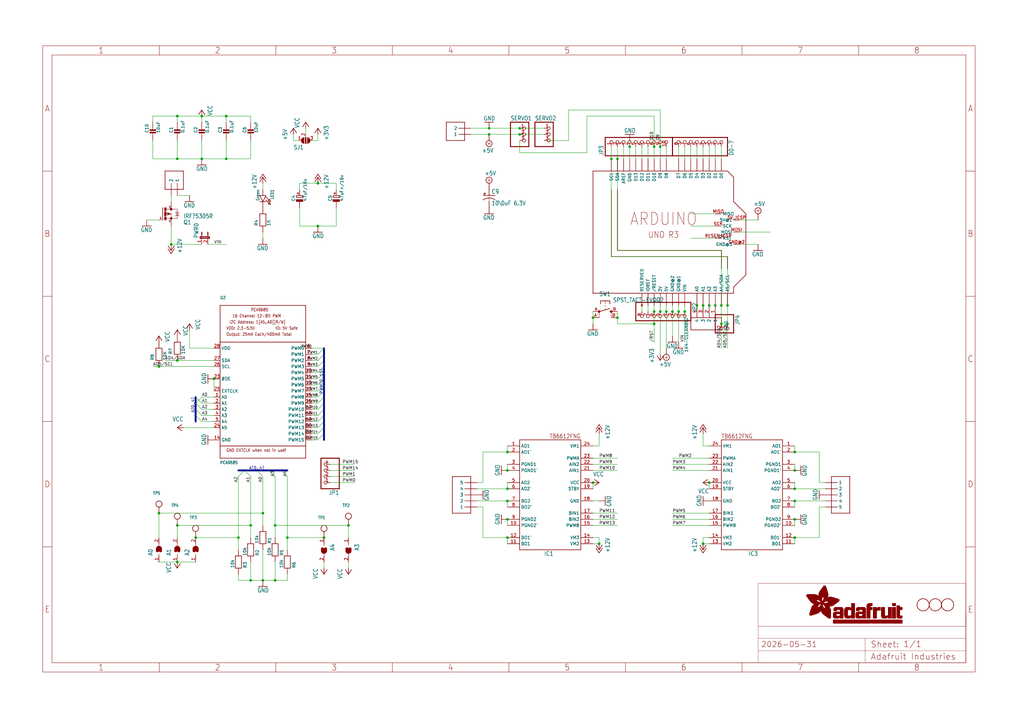
<source format=kicad_sch>
(kicad_sch (version 20230121) (generator eeschema)
  (paper "User" 425.45 298.602)
  (lib_symbols
    (symbol "working-eagle-import:+12V" (power)
      (property "Value" "+12V" (at -2.54 -5.08 90))
      (symbol "+12V_1_0"
        (pin power_in line (at 0 -2.54 90) (length 2.54) (name "+12V") (number "1"))
      )
    )
    (symbol "working-eagle-import:+3V3" (power)
      (property "Value" "+3V3" (at -2.54 -5.08 90))
      (symbol "+3V3_1_0"
        (pin power_in line (at 0 -2.54 90) (length 2.54) (name "+3V3") (number "1"))
      )
    )
    (symbol "working-eagle-import:+5V" (power)
      (property "Value" "+5V" (at -2.54 -5.08 90))
      (symbol "+5V_1_0"
        (pin power_in line (at 0 -2.54 90) (length 2.54) (name "+5V") (number "1"))
      )
    )
    (symbol "working-eagle-import:1X2-3.5MM"
      (symbol "1X2-3.5MM_1_0"
        (pin passive line (at -5.08 2.54 0) (length 5.08) (name "1") (number "1"))
        (pin passive line (at -5.08 0 0) (length 5.08) (name "2") (number "2"))
      )
    )
    (symbol "working-eagle-import:1X4-CLEANBIG"
      (property "Reference" "CN" (at 5.08 7.62 0))
      (symbol "1X4-CLEANBIG_1_0"
        (pin bidirectional line (at -5.08 2.54 0) (length 5.08) (name "1") (number "1"))
        (pin bidirectional line (at -5.08 0 0) (length 5.08) (name "2") (number "2"))
        (pin bidirectional line (at -5.08 -2.54 0) (length 5.08) (name "3") (number "3"))
        (pin bidirectional line (at -5.08 -5.08 0) (length 5.08) (name "4") (number "4"))
      )
    )
    (symbol "working-eagle-import:1X5"
      (symbol "1X5_1_0"
        (pin passive line (at -7.62 5.08 0) (length 5.08) (name "1") (number "1"))
        (pin passive line (at -7.62 2.54 0) (length 5.08) (name "2") (number "2"))
        (pin passive line (at -7.62 0 0) (length 5.08) (name "3") (number "3"))
        (pin passive line (at -7.62 -2.54 0) (length 5.08) (name "4") (number "4"))
        (pin passive line (at -7.62 -5.08 0) (length 5.08) (name "5") (number "5"))
      )
    )
    (symbol "working-eagle-import:ARDUINO_R3_ICSP"
      (symbol "ARDUINO_R3_ICSP_1_0"
        (text "ARDUINO" (at 15.24 27.94 0) (effects (font (size 5.08 4.318)) (justify left bottom)))
        (text "UNO R3" (at 22.86 22.86 0) (effects (font (size 2.54 2.159)) (justify left bottom)))
        (pin power_in line (at 27.94 -5.08 90) (length 5.08) (name "3V") (number "3V"))
        (pin power_in line (at 30.48 -5.08 90) (length 5.08) (name "5V") (number "5V"))
        (pin passive line (at 60.96 30.48 180) (length 2.54) (name "5V@1") (number "5V_ICSP"))
        (pin bidirectional line (at 43.18 -5.08 90) (length 5.08) (name "A0") (number "A0"))
        (pin bidirectional line (at 45.72 -5.08 90) (length 5.08) (name "A1") (number "A1"))
        (pin bidirectional line (at 48.26 -5.08 90) (length 5.08) (name "A2") (number "A2"))
        (pin bidirectional line (at 50.8 -5.08 90) (length 5.08) (name "A3") (number "A3"))
        (pin bidirectional line (at 53.34 -5.08 90) (length 5.08) (name "A4/SDA") (number "A4"))
        (pin bidirectional line (at 55.88 -5.08 90) (length 5.08) (name "A5/SCL") (number "A5"))
        (pin bidirectional line (at 12.7 55.88 270) (length 5.08) (name "AREF") (number "AREF"))
        (pin bidirectional line (at 53.34 55.88 270) (length 5.08) (name "D0") (number "D0"))
        (pin bidirectional line (at 50.8 55.88 270) (length 5.08) (name "D1") (number "D1"))
        (pin bidirectional line (at 25.4 55.88 270) (length 5.08) (name "D10") (number "D10"))
        (pin bidirectional line (at 22.86 55.88 270) (length 5.08) (name "D11") (number "D11"))
        (pin bidirectional line (at 20.32 55.88 270) (length 5.08) (name "D12") (number "D12"))
        (pin bidirectional line (at 17.78 55.88 270) (length 5.08) (name "D13") (number "D13"))
        (pin bidirectional line (at 48.26 55.88 270) (length 5.08) (name "D2") (number "D2"))
        (pin bidirectional line (at 45.72 55.88 270) (length 5.08) (name "D3") (number "D3"))
        (pin bidirectional line (at 43.18 55.88 270) (length 5.08) (name "D4") (number "D4"))
        (pin bidirectional line (at 40.64 55.88 270) (length 5.08) (name "D5") (number "D5"))
        (pin bidirectional line (at 38.1 55.88 270) (length 5.08) (name "D6") (number "D6"))
        (pin bidirectional line (at 35.56 55.88 270) (length 5.08) (name "D7") (number "D7"))
        (pin bidirectional line (at 30.48 55.88 270) (length 5.08) (name "D8") (number "D8"))
        (pin bidirectional line (at 27.94 55.88 270) (length 5.08) (name "D9") (number "D9"))
        (pin power_in line (at 15.24 55.88 270) (length 5.08) (name "GND") (number "GND"))
        (pin power_in line (at 33.02 -5.08 90) (length 5.08) (name "GND@2") (number "GND@1"))
        (pin passive line (at 60.96 20.32 180) (length 2.54) (name "GND@3") (number "GND@2"))
        (pin power_in line (at 35.56 -5.08 90) (length 5.08) (name "GND@1") (number "GND@3"))
        (pin output line (at 22.86 -5.08 90) (length 5.08) (name "IOREF") (number "IOREF"))
        (pin passive line (at 50.8 33.02 0) (length 2.54) (name "MISO") (number "MISO"))
        (pin passive line (at 60.96 25.4 180) (length 2.54) (name "MOSI") (number "MOSI"))
        (pin no_connect line (at 20.32 -5.08 90) (length 5.08) (name "RESERVED") (number "RESERVED"))
        (pin bidirectional line (at 25.4 -5.08 90) (length 5.08) (name "/RESET") (number "RESET"))
        (pin passive line (at 50.8 22.86 0) (length 2.54) (name "RST") (number "RESET_ICSP"))
        (pin passive line (at 50.8 27.94 0) (length 2.54) (name "SCK") (number "SCK"))
        (pin bidirectional line (at 7.62 55.88 270) (length 5.08) (name "SCL") (number "SCL"))
        (pin bidirectional line (at 10.16 55.88 270) (length 5.08) (name "SDA") (number "SDA"))
        (pin power_in line (at 38.1 -5.08 90) (length 5.08) (name "VIN") (number "VIN"))
      )
    )
    (symbol "working-eagle-import:CAP_CERAMIC0805-NOOUTLINE"
      (property "Reference" "C" (at -1.79 0.54 90))
      (symbol "CAP_CERAMIC0805-NOOUTLINE_1_0"
        (pin passive line (at 0 5.08 270) (length 2.54) (name "1") (number "1"))
        (pin passive line (at 0 -2.54 90) (length 2.54) (name "2") (number "2"))
      )
    )
    (symbol "working-eagle-import:CAP_ELECTROLYTICPANASONIC_C"
      (property "Reference" "C" (at -1.79 0.04 90))
      (symbol "CAP_ELECTROLYTICPANASONIC_C_1_0"
        (pin passive line (at 0 5.08 270) (length 2.54) (name "+") (number "+"))
        (pin passive line (at 0 -2.54 90) (length 2.54) (name "-") (number "-"))
      )
    )
    (symbol "working-eagle-import:CPOL-USC"
      (property "Reference" "C" (at 1.016 0.635 0))
      (symbol "CPOL-USC_1_0"
        (pin passive line (at 0 2.54 270) (length 2.54) (name "+") (number "+"))
        (pin passive line (at 0 -5.08 90) (length 2.54) (name "-") (number "-"))
      )
    )
    (symbol "working-eagle-import:FIDUCIAL")
    (symbol "working-eagle-import:FRAME_A3_ADAFRUIT"
      (symbol "FRAME_A3_ADAFRUIT_1_0"
        (text "${#}/${##}" (at 357.505 10.16 0) (effects (font (size 2.54 2.54)) (justify left bottom)))
        (text "${CURRENT_DATE}" (at 298.45 10.16 0) (effects (font (size 2.286 2.286)) (justify left bottom)))
        (text "${PROJECTNAME}" (at 298.45 15.24 0) (effects (font (size 2.54 2.54)) (justify left bottom)))
        (text "1" (at 24.2094 1.905 0) (effects (font (size 2.54 2.286))))
        (text "1" (at 24.2094 258.445 0) (effects (font (size 2.54 2.286))))
        (text "2" (at 72.6281 1.905 0) (effects (font (size 2.54 2.286))))
        (text "2" (at 72.6281 258.445 0) (effects (font (size 2.54 2.286))))
        (text "3" (at 121.0469 1.905 0) (effects (font (size 2.54 2.286))))
        (text "3" (at 121.0469 258.445 0) (effects (font (size 2.54 2.286))))
        (text "4" (at 169.4656 1.905 0) (effects (font (size 2.54 2.286))))
        (text "4" (at 169.4656 258.445 0) (effects (font (size 2.54 2.286))))
        (text "5" (at 217.8844 1.905 0) (effects (font (size 2.54 2.286))))
        (text "5" (at 217.8844 258.445 0) (effects (font (size 2.54 2.286))))
        (text "6" (at 266.3031 1.905 0) (effects (font (size 2.54 2.286))))
        (text "6" (at 266.3031 258.445 0) (effects (font (size 2.54 2.286))))
        (text "7" (at 314.7219 1.905 0) (effects (font (size 2.54 2.286))))
        (text "7" (at 314.7219 258.445 0) (effects (font (size 2.54 2.286))))
        (text "8" (at 363.1406 1.905 0) (effects (font (size 2.54 2.286))))
        (text "8" (at 363.1406 258.445 0) (effects (font (size 2.54 2.286))))
        (text "A" (at 1.905 234.315 0) (effects (font (size 2.54 2.286))))
        (text "A" (at 385.445 234.315 0) (effects (font (size 2.54 2.286))))
        (text "Adafruit Industries" (at 343.916 4.953 0) (effects (font (size 2.54 2.54)) (justify left bottom)))
        (text "B" (at 1.905 182.245 0) (effects (font (size 2.54 2.286))))
        (text "B" (at 385.445 182.245 0) (effects (font (size 2.54 2.286))))
        (text "C" (at 1.905 130.175 0) (effects (font (size 2.54 2.286))))
        (text "C" (at 385.445 130.175 0) (effects (font (size 2.54 2.286))))
        (text "D" (at 1.905 78.105 0) (effects (font (size 2.54 2.286))))
        (text "D" (at 385.445 78.105 0) (effects (font (size 2.54 2.286))))
        (text "E" (at 1.905 26.035 0) (effects (font (size 2.54 2.286))))
        (text "E" (at 385.445 26.035 0) (effects (font (size 2.54 2.286))))
        (text "Sheet:" (at 343.916 10.033 0) (effects (font (size 2.54 2.54)) (justify left bottom)))
      )
    )
    (symbol "working-eagle-import:GND" (power)
      (property "Value" "GND" (at -2.54 -2.54 0))
      (symbol "GND_1_0"
        (pin power_in line (at 0 2.54 270) (length 2.54) (name "GND") (number "1"))
      )
    )
    (symbol "working-eagle-import:HEADER-1X1070MIL"
      (property "Reference" "JP" (at -6.35 13.335 0))
      (symbol "HEADER-1X1070MIL_1_0"
        (pin passive inverted (at -2.54 10.16 0) (length 2.54) (name "1") (number "1"))
        (pin passive inverted (at -2.54 -12.7 0) (length 2.54) (name "10") (number "10"))
        (pin passive inverted (at -2.54 7.62 0) (length 2.54) (name "2") (number "2"))
        (pin passive inverted (at -2.54 5.08 0) (length 2.54) (name "3") (number "3"))
        (pin passive inverted (at -2.54 2.54 0) (length 2.54) (name "4") (number "4"))
        (pin passive inverted (at -2.54 0 0) (length 2.54) (name "5") (number "5"))
        (pin passive inverted (at -2.54 -2.54 0) (length 2.54) (name "6") (number "6"))
        (pin passive inverted (at -2.54 -5.08 0) (length 2.54) (name "7") (number "7"))
        (pin passive inverted (at -2.54 -7.62 0) (length 2.54) (name "8") (number "8"))
        (pin passive inverted (at -2.54 -10.16 0) (length 2.54) (name "9") (number "9"))
      )
    )
    (symbol "working-eagle-import:HEADER-1X2ROUND"
      (property "Reference" "JP" (at -6.35 5.715 0))
      (symbol "HEADER-1X2ROUND_1_0"
        (pin passive inverted (at -2.54 2.54 0) (length 2.54) (name "1") (number "1"))
        (pin passive inverted (at -2.54 0 0) (length 2.54) (name "2") (number "2"))
      )
    )
    (symbol "working-eagle-import:HEADER-1X476MIL"
      (property "Reference" "JP" (at -6.35 8.255 0))
      (symbol "HEADER-1X476MIL_1_0"
        (pin passive inverted (at -2.54 5.08 0) (length 2.54) (name "1") (number "1"))
        (pin passive inverted (at -2.54 2.54 0) (length 2.54) (name "2") (number "2"))
        (pin passive inverted (at -2.54 0 0) (length 2.54) (name "3") (number "3"))
        (pin passive inverted (at -2.54 -2.54 0) (length 2.54) (name "4") (number "4"))
      )
    )
    (symbol "working-eagle-import:IRF?5305R"
      (property "Reference" "Q" (at 7.62 2.54 0))
      (symbol "IRF?5305R_1_0"
        (text "D" (at 1.524 -3.302 0) (effects (font (size 0.8128 0.6908)) (justify left bottom)))
        (text "G" (at -2.286 1.27 0) (effects (font (size 0.8128 0.6908)) (justify left bottom)))
        (text "S" (at 1.524 2.54 0) (effects (font (size 0.8128 0.6908)) (justify left bottom)))
        (pin passive line (at -2.54 2.54 0) (length 0) (name "G") (number "1"))
        (pin passive line (at 2.54 5.08 270) (length 2.54) (name "S") (number "3"))
        (pin passive line (at 2.54 -5.08 90) (length 2.54) (name "D") (number "4"))
      )
    )
    (symbol "working-eagle-import:JP1E"
      (property "Reference" "JP" (at -1.27 0 90))
      (symbol "JP1E_1_0"
        (pin passive line (at 0 -2.54 90) (length 2.54) (name "1") (number "1"))
        (pin passive line (at 2.54 -2.54 90) (length 2.54) (name "2") (number "2"))
      )
    )
    (symbol "working-eagle-import:LED0805_NOOUTLINE"
      (property "Reference" "LED" (at -5.08 3.175 0))
      (symbol "LED0805_NOOUTLINE_1_0"
        (pin passive line (at -5.08 0 0) (length 2.54) (name "A") (number "A"))
        (pin passive line (at 2.54 0 180) (length 2.54) (name "C") (number "C"))
      )
    )
    (symbol "working-eagle-import:PCA9685"
      (property "Reference" "U" (at -17.78 35.56 0))
      (symbol "PCA9685_1_0"
        (text "16 Channel 12-Bit PWM" (at -12.7 27.94 0) (effects (font (size 1.27 1.0795)) (justify left bottom)))
        (text "GND EXTCLK when not in use!" (at -15.24 -27.94 0) (effects (font (size 1.27 1.0795)) (justify left bottom)))
        (text "I2C Address: 1[A5..A0][R/W]" (at -13.97 25.4 0) (effects (font (size 1.27 1.0795)) (justify left bottom)))
        (text "IO: 5V Safe" (at 5.08 22.86 0) (effects (font (size 1.27 1.0795)) (justify left bottom)))
        (text "Output: 25mA Each/400mA Total" (at -15.24 20.32 0) (effects (font (size 1.27 1.0795)) (justify left bottom)))
        (text "PCA9685" (at -5.08 30.48 0) (effects (font (size 1.27 1.0795)) (justify left bottom)))
        (text "VDD: 2.3-5.5V" (at -15.24 22.86 0) (effects (font (size 1.27 1.0795)) (justify left bottom)))
        (pin bidirectional line (at -20.32 -5.08 0) (length 2.54) (name "A0") (number "1"))
        (pin output line (at 20.32 5.08 180) (length 2.54) (name "PWM4") (number "10"))
        (pin output line (at 20.32 2.54 180) (length 2.54) (name "PWM5") (number "11"))
        (pin output line (at 20.32 0 180) (length 2.54) (name "PWM6") (number "12"))
        (pin output line (at 20.32 -2.54 180) (length 2.54) (name "PWM7") (number "13"))
        (pin power_in line (at -20.32 -22.86 0) (length 2.54) (name "GND") (number "14"))
        (pin output line (at 20.32 -5.08 180) (length 2.54) (name "PWM8") (number "15"))
        (pin output line (at 20.32 -7.62 180) (length 2.54) (name "PWM9") (number "16"))
        (pin output line (at 20.32 -10.16 180) (length 2.54) (name "PWM10") (number "17"))
        (pin output line (at 20.32 -12.7 180) (length 2.54) (name "PWM11") (number "18"))
        (pin output line (at 20.32 -15.24 180) (length 2.54) (name "PWM12") (number "19"))
        (pin bidirectional line (at -20.32 -7.62 0) (length 2.54) (name "A1") (number "2"))
        (pin output line (at 20.32 -17.78 180) (length 2.54) (name "PWM13") (number "20"))
        (pin output line (at 20.32 -20.32 180) (length 2.54) (name "PWM14") (number "21"))
        (pin output line (at 20.32 -22.86 180) (length 2.54) (name "PWM15") (number "22"))
        (pin input line (at -20.32 2.54 0) (length 2.54) (name "#OE") (number "23"))
        (pin bidirectional line (at -20.32 -17.78 0) (length 2.54) (name "A5") (number "24"))
        (pin input line (at -20.32 -2.54 0) (length 2.54) (name "EXTCLK") (number "25"))
        (pin bidirectional line (at -20.32 7.62 0) (length 2.54) (name "SCL") (number "26"))
        (pin bidirectional line (at -20.32 10.16 0) (length 2.54) (name "SDA") (number "27"))
        (pin power_in line (at -20.32 15.24 0) (length 2.54) (name "VDD") (number "28"))
        (pin bidirectional line (at -20.32 -10.16 0) (length 2.54) (name "A2") (number "3"))
        (pin bidirectional line (at -20.32 -12.7 0) (length 2.54) (name "A3") (number "4"))
        (pin bidirectional line (at -20.32 -15.24 0) (length 2.54) (name "A4") (number "5"))
        (pin output line (at 20.32 15.24 180) (length 2.54) (name "PWM0") (number "6"))
        (pin output line (at 20.32 12.7 180) (length 2.54) (name "PWM1") (number "7"))
        (pin output line (at 20.32 10.16 180) (length 2.54) (name "PWM2") (number "8"))
        (pin output line (at 20.32 7.62 180) (length 2.54) (name "PWM3") (number "9"))
      )
    )
    (symbol "working-eagle-import:PINHD-1X3"
      (property "Reference" "JP" (at -6.35 5.715 0))
      (symbol "PINHD-1X3_1_0"
        (pin passive inverted (at -2.54 2.54 0) (length 2.54) (name "1") (number "1"))
        (pin passive inverted (at -2.54 0 0) (length 2.54) (name "2") (number "2"))
        (pin passive inverted (at -2.54 -2.54 0) (length 2.54) (name "3") (number "3"))
      )
    )
    (symbol "working-eagle-import:PINHD-1X8CLEANBIG"
      (property "Reference" "JP" (at -6.35 10.795 0))
      (symbol "PINHD-1X8CLEANBIG_1_0"
        (pin passive inverted (at -2.54 7.62 0) (length 2.54) (name "1") (number "1"))
        (pin passive inverted (at -2.54 5.08 0) (length 2.54) (name "2") (number "2"))
        (pin passive inverted (at -2.54 2.54 0) (length 2.54) (name "3") (number "3"))
        (pin passive inverted (at -2.54 0 0) (length 2.54) (name "4") (number "4"))
        (pin passive inverted (at -2.54 -2.54 0) (length 2.54) (name "5") (number "5"))
        (pin passive inverted (at -2.54 -5.08 0) (length 2.54) (name "6") (number "6"))
        (pin passive inverted (at -2.54 -7.62 0) (length 2.54) (name "7") (number "7"))
        (pin passive inverted (at -2.54 -10.16 0) (length 2.54) (name "8") (number "8"))
      )
    )
    (symbol "working-eagle-import:RESISTOR0805_NOOUTLINE"
      (property "Reference" "R" (at -2.54 2.032 0))
      (symbol "RESISTOR0805_NOOUTLINE_1_0"
        (pin passive line (at -5.08 0 0) (length 2.54) (name "1") (number "1"))
        (pin passive line (at 5.08 0 180) (length 2.54) (name "2") (number "2"))
      )
    )
    (symbol "working-eagle-import:SOLDERJUMPERREFLOW_NOPASTE"
      (property "Reference" "SJ" (at -2.54 2.54 0))
      (symbol "SOLDERJUMPERREFLOW_NOPASTE_1_0"
        (pin passive line (at -5.08 0 0) (length 2.54) (name "1") (number "1"))
        (pin passive line (at 5.08 0 180) (length 2.54) (name "2") (number "2"))
      )
    )
    (symbol "working-eagle-import:SOLDERJUMPER_2WAY"
      (property "Reference" "SJ" (at -5.08 -3.81 0))
      (symbol "SOLDERJUMPER_2WAY_1_0"
        (pin passive line (at -2.54 0 0) (length 0) (name "1") (number "1"))
        (pin passive line (at 0 2.54 270) (length 0) (name "2") (number "2"))
        (pin passive line (at 2.54 0 180) (length 0) (name "3") (number "3"))
      )
    )
    (symbol "working-eagle-import:SPST_TACT-EVQQ2"
      (property "Reference" "SW" (at -6.35 -2.54 90))
      (symbol "SPST_TACT-EVQQ2_1_0"
        (pin passive line (at 0 -5.08 90) (length 2.54) (name "P") (number "A"))
        (pin passive line (at 2.54 -5.08 90) (length 2.54) (name "P1") (number "A'"))
        (pin passive line (at 0 5.08 270) (length 2.54) (name "S") (number "B"))
        (pin passive line (at 2.54 5.08 270) (length 2.54) (name "S1") (number "B'"))
      )
    )
    (symbol "working-eagle-import:TB6612FNG"
      (property "Reference" "IC" (at -2.54 -25.4 0))
      (symbol "TB6612FNG_1_0"
        (text "TB6612FNG" (at 12.7 25.4 0) (effects (font (size 1.778 1.5113)) (justify right top)))
        (pin output line (at -17.78 20.32 0) (length 5.08) (name "AO1") (number "1"))
        (pin power_in line (at -17.78 -12.7 0) (length 5.08) (name "PGND2'") (number "10"))
        (pin output line (at -17.78 -20.32 0) (length 5.08) (name "BO1") (number "11"))
        (pin output line (at -17.78 -17.78 0) (length 5.08) (name "BO1'") (number "12"))
        (pin power_in line (at 17.78 -20.32 180) (length 5.08) (name "VM2") (number "13"))
        (pin power_in line (at 17.78 -17.78 180) (length 5.08) (name "VM3") (number "14"))
        (pin input line (at 17.78 -12.7 180) (length 5.08) (name "PWMB") (number "15"))
        (pin input line (at 17.78 -10.16 180) (length 5.08) (name "BIN2") (number "16"))
        (pin input line (at 17.78 -7.62 180) (length 5.08) (name "BIN1") (number "17"))
        (pin power_in line (at 17.78 -2.54 180) (length 5.08) (name "GND") (number "18"))
        (pin input line (at 17.78 2.54 180) (length 5.08) (name "STBY") (number "19"))
        (pin output line (at -17.78 17.78 0) (length 5.08) (name "AO1'") (number "2"))
        (pin power_in line (at 17.78 5.08 180) (length 5.08) (name "VCC") (number "20"))
        (pin input line (at 17.78 10.16 180) (length 5.08) (name "AIN1") (number "21"))
        (pin input line (at 17.78 12.7 180) (length 5.08) (name "AIN2") (number "22"))
        (pin input line (at 17.78 15.24 180) (length 5.08) (name "PWMA") (number "23"))
        (pin power_in line (at 17.78 20.32 180) (length 5.08) (name "VM1") (number "24"))
        (pin power_in line (at -17.78 12.7 0) (length 5.08) (name "PGND1") (number "3"))
        (pin power_in line (at -17.78 10.16 0) (length 5.08) (name "PGND1'") (number "4"))
        (pin output line (at -17.78 5.08 0) (length 5.08) (name "AO2") (number "5"))
        (pin output line (at -17.78 2.54 0) (length 5.08) (name "AO2'") (number "6"))
        (pin output line (at -17.78 -2.54 0) (length 5.08) (name "BO2") (number "7"))
        (pin output line (at -17.78 -5.08 0) (length 5.08) (name "BO2'") (number "8"))
        (pin power_in line (at -17.78 -10.16 0) (length 5.08) (name "PGND2") (number "9"))
      )
    )
    (symbol "working-eagle-import:TESTPOINTROUND2MM"
      (property "Reference" "TP" (at -2.54 7.62 0))
      (symbol "TESTPOINTROUND2MM_1_0"
        (pin bidirectional line (at 0 0 90) (length 2.54) (name "P$1") (number "P$1"))
      )
    )
    (symbol "working-eagle-import:VCC" (power)
      (property "Value" "VCC" (at -2.54 -2.54 90))
      (symbol "VCC_1_0"
        (pin power_in line (at 0 -2.54 90) (length 2.54) (name "VCC") (number "1"))
      )
    )
    (symbol "working-eagle-import:supply2_+5V" (power)
      (property "Value" "supply2_+5V" (at -1.905 3.175 0))
      (symbol "supply2_+5V_1_0"
        (pin power_in line (at 0 -2.54 90) (length 2.54) (name "+5V") (number "1"))
      )
    )
  )
  (junction (at 271.78 129.54))
  (junction (at 299.72 127))
  (junction (at 203.2 53.34))
  (junction (at 330.2 187.96))
  (junction (at 271.78 134.62))
  (junction (at 297.18 127))
  (junction (at 292.1 127))
  (junction (at 210.82 215.9))
  (junction (at 73.66 149.86))
  (junction (at 83.82 48.26))
  (junction (at 210.82 208.28))
  (junction (at 119.38 223.52))
  (junction (at 274.32 129.54))
  (junction (at 215.9 55.88))
  (junction (at 330.2 203.2))
  (junction (at 294.64 127))
  (junction (at 114.3 241.3))
  (junction (at 299.72 134.62))
  (junction (at 109.22 213.36))
  (junction (at 302.26 134.62))
  (junction (at 276.86 129.54))
  (junction (at 134.62 223.52))
  (junction (at 81.28 223.52))
  (junction (at 71.12 101.6))
  (junction (at 73.66 233.68))
  (junction (at 281.94 129.54))
  (junction (at 73.66 66.04))
  (junction (at 330.2 195.58))
  (junction (at 73.66 218.44))
  (junction (at 210.82 203.2))
  (junction (at 132.08 93.98))
  (junction (at 88.9 157.48))
  (junction (at 279.4 129.54))
  (junction (at 203.2 55.88))
  (junction (at 210.82 223.52))
  (junction (at 289.56 127))
  (junction (at 83.82 66.04))
  (junction (at 210.82 187.96))
  (junction (at 104.14 241.3))
  (junction (at 274.32 60.96))
  (junction (at 93.98 48.26))
  (junction (at 294.64 200.66))
  (junction (at 256.54 66.04))
  (junction (at 254 66.04))
  (junction (at 248.92 226.06))
  (junction (at 73.66 48.26))
  (junction (at 246.38 132.08))
  (junction (at 292.1 226.06))
  (junction (at 302.26 127))
  (junction (at 99.06 223.52))
  (junction (at 132.08 76.2))
  (junction (at 93.98 66.04))
  (junction (at 330.2 215.9))
  (junction (at 104.14 218.44))
  (junction (at 330.2 223.52))
  (junction (at 114.3 218.44))
  (junction (at 261.62 60.96))
  (junction (at 66.04 213.36))
  (junction (at 215.9 53.34))
  (junction (at 210.82 195.58))
  (junction (at 109.22 241.3))
  (junction (at 330.2 208.28))
  (junction (at 144.78 218.44))
  (junction (at 246.38 200.66))
  (junction (at 271.78 60.96))
  (junction (at 256.54 132.08))
  (junction (at 284.48 129.54))
  (junction (at 66.04 152.4))
  (bus_entry (at 104.14 198.12) (size -2.54 -2.54))
  (bus_entry (at 132.08 157.48) (size 2.54 -2.54))
  (bus_entry (at 119.38 198.12) (size -2.54 -2.54))
  (bus_entry (at 132.08 154.94) (size 2.54 -2.54))
  (bus_entry (at 132.08 147.32) (size 2.54 -2.54))
  (bus_entry (at 132.08 152.4) (size 2.54 -2.54))
  (bus_entry (at 83.82 175.26) (size -2.54 -2.54))
  (bus_entry (at 83.82 165.1) (size -2.54 2.54))
  (bus_entry (at 132.08 172.72) (size 2.54 -2.54))
  (bus_entry (at 132.08 160.02) (size 2.54 -2.54))
  (bus_entry (at 83.82 167.64) (size -2.54 -2.54))
  (bus_entry (at 109.22 198.12) (size -2.54 -2.54))
  (bus_entry (at 132.08 170.18) (size 2.54 -2.54))
  (bus_entry (at 132.08 149.86) (size 2.54 -2.54))
  (bus_entry (at 114.3 198.12) (size -2.54 -2.54))
  (bus_entry (at 132.08 180.34) (size 2.54 -2.54))
  (bus_entry (at 132.08 165.1) (size 2.54 -2.54))
  (bus_entry (at 83.82 172.72) (size -2.54 -2.54))
  (bus_entry (at 132.08 182.88) (size 2.54 -2.54))
  (bus_entry (at 132.08 177.8) (size 2.54 -2.54))
  (bus_entry (at 132.08 167.64) (size 2.54 -2.54))
  (bus_entry (at 132.08 175.26) (size 2.54 -2.54))
  (bus_entry (at 99.06 198.12) (size 2.54 -2.54))
  (bus_entry (at 132.08 162.56) (size 2.54 -2.54))
  (bus_entry (at 83.82 170.18) (size -2.54 -2.54))
  (wire (pts (xy 307.34 96.52) (xy 320.04 96.52)) (stroke (width 0.1524)))
  (wire (pts (xy 129.54 170.18) (xy 132.08 170.18)) (stroke (width 0.1524)))
  (wire (pts (xy 302.26 134.62) (xy 302.26 144.78)) (stroke (width 0.1524)))
  (bus (pts (xy 134.62 147.32) (xy 134.62 149.86)) (stroke (width 0.762)))
  (wire (pts (xy 198.12 208.28) (xy 210.82 208.28)) (stroke (width 0.1524)))
  (wire (pts (xy 210.82 193.04) (xy 210.82 195.58)) (stroke (width 0.1524)))
  (wire (pts (xy 83.82 175.26) (xy 88.9 175.26)) (stroke (width 0.1524)))
  (wire (pts (xy 200.66 200.66) (xy 200.66 187.96)) (stroke (width 0.1524)))
  (wire (pts (xy 302.26 127) (xy 302.26 134.62)) (stroke (width 0.1524)))
  (wire (pts (xy 71.12 93.98) (xy 71.12 101.6)) (stroke (width 0.1524)))
  (wire (pts (xy 248.92 185.42) (xy 248.92 180.34)) (stroke (width 0.1524)))
  (wire (pts (xy 210.82 208.28) (xy 210.82 210.82)) (stroke (width 0.1524)))
  (wire (pts (xy 299.72 104.14) (xy 256.54 104.14)) (stroke (width 0.1524)))
  (bus (pts (xy 106.68 195.58) (xy 111.76 195.58)) (stroke (width 0.762)))
  (wire (pts (xy 243.84 63.5) (xy 243.84 48.26)) (stroke (width 0.1524)))
  (wire (pts (xy 104.14 48.26) (xy 104.14 50.8)) (stroke (width 0.1524)))
  (wire (pts (xy 274.32 45.72) (xy 236.22 45.72)) (stroke (width 0.1524)))
  (bus (pts (xy 111.76 195.58) (xy 116.84 195.58)) (stroke (width 0.762)))
  (wire (pts (xy 203.2 55.88) (xy 215.9 55.88)) (stroke (width 0.1524)))
  (wire (pts (xy 81.28 223.52) (xy 99.06 223.52)) (stroke (width 0.1524)))
  (bus (pts (xy 134.62 157.48) (xy 134.62 160.02)) (stroke (width 0.762)))
  (wire (pts (xy 243.84 48.26) (xy 271.78 48.26)) (stroke (width 0.1524)))
  (wire (pts (xy 109.22 241.3) (xy 114.3 241.3)) (stroke (width 0.1524)))
  (wire (pts (xy 88.9 152.4) (xy 66.04 152.4)) (stroke (width 0.1524)))
  (wire (pts (xy 73.66 66.04) (xy 63.5 66.04)) (stroke (width 0.1524)))
  (wire (pts (xy 294.64 200.66) (xy 294.64 203.2)) (stroke (width 0.1524)))
  (wire (pts (xy 281.94 142.24) (xy 281.94 129.54)) (stroke (width 0.1524)))
  (wire (pts (xy 198.12 210.82) (xy 200.66 210.82)) (stroke (width 0.1524)))
  (wire (pts (xy 71.12 101.6) (xy 83.82 101.6)) (stroke (width 0.1524)))
  (wire (pts (xy 264.16 60.96) (xy 264.16 66.04)) (stroke (width 0.1524)))
  (wire (pts (xy 200.66 187.96) (xy 210.82 187.96)) (stroke (width 0.1524)))
  (wire (pts (xy 330.2 187.96) (xy 330.2 185.42)) (stroke (width 0.1524)))
  (wire (pts (xy 289.56 129.54) (xy 289.56 127)) (stroke (width 0.1524)))
  (wire (pts (xy 294.64 185.42) (xy 292.1 185.42)) (stroke (width 0.1524)))
  (wire (pts (xy 256.54 60.96) (xy 256.54 66.04)) (stroke (width 0.1524)))
  (wire (pts (xy 139.7 76.2) (xy 139.7 78.74)) (stroke (width 0.1524)))
  (wire (pts (xy 129.54 144.78) (xy 134.62 144.78)) (stroke (width 0.1524)))
  (wire (pts (xy 330.2 208.28) (xy 330.2 210.82)) (stroke (width 0.1524)))
  (wire (pts (xy 256.54 129.54) (xy 256.54 132.08)) (stroke (width 0.1524)))
  (wire (pts (xy 119.38 241.3) (xy 119.38 238.76)) (stroke (width 0.1524)))
  (wire (pts (xy 86.36 101.6) (xy 93.98 101.6)) (stroke (width 0.1524)))
  (wire (pts (xy 261.62 58.42) (xy 261.62 60.96)) (stroke (width 0.1524)))
  (wire (pts (xy 292.1 185.42) (xy 292.1 180.34)) (stroke (width 0.1524)))
  (wire (pts (xy 294.64 129.54) (xy 294.64 127)) (stroke (width 0.1524)))
  (wire (pts (xy 274.32 60.96) (xy 274.32 66.04)) (stroke (width 0.1524)))
  (wire (pts (xy 132.08 76.2) (xy 124.46 76.2)) (stroke (width 0.1524)))
  (wire (pts (xy 124.46 93.98) (xy 132.08 93.98)) (stroke (width 0.1524)))
  (wire (pts (xy 294.64 223.52) (xy 292.1 223.52)) (stroke (width 0.1524)))
  (wire (pts (xy 330.2 200.66) (xy 330.2 203.2)) (stroke (width 0.1524)))
  (wire (pts (xy 236.22 58.42) (xy 226.06 58.42)) (stroke (width 0.1524)))
  (wire (pts (xy 129.54 58.42) (xy 132.08 58.42)) (stroke (width 0.1524)))
  (bus (pts (xy 81.28 167.64) (xy 81.28 170.18)) (stroke (width 0.762)))
  (wire (pts (xy 104.14 233.68) (xy 104.14 241.3)) (stroke (width 0.1524)))
  (wire (pts (xy 78.74 144.78) (xy 88.9 144.78)) (stroke (width 0.1524)))
  (wire (pts (xy 88.9 162.56) (xy 88.9 157.48)) (stroke (width 0.1524)))
  (wire (pts (xy 200.66 210.82) (xy 200.66 223.52)) (stroke (width 0.1524)))
  (wire (pts (xy 261.62 60.96) (xy 261.62 66.04)) (stroke (width 0.1524)))
  (wire (pts (xy 292.1 60.96) (xy 292.1 66.04)) (stroke (width 0.1524)))
  (wire (pts (xy 226.06 55.88) (xy 215.9 55.88)) (stroke (width 0.1524)))
  (wire (pts (xy 271.78 134.62) (xy 271.78 142.24)) (stroke (width 0.1524)))
  (wire (pts (xy 297.18 99.06) (xy 287.02 99.06)) (stroke (width 0.1524)))
  (wire (pts (xy 246.38 213.36) (xy 256.54 213.36)) (stroke (width 0.1524)))
  (wire (pts (xy 256.54 132.08) (xy 256.54 134.62)) (stroke (width 0.1524)))
  (wire (pts (xy 83.82 170.18) (xy 88.9 170.18)) (stroke (width 0.1524)))
  (wire (pts (xy 340.36 210.82) (xy 342.9 210.82)) (stroke (width 0.1524)))
  (wire (pts (xy 127 53.34) (xy 127 55.88)) (stroke (width 0.1524)))
  (wire (pts (xy 129.54 152.4) (xy 132.08 152.4)) (stroke (width 0.1524)))
  (wire (pts (xy 83.82 48.26) (xy 83.82 50.8)) (stroke (width 0.1524)))
  (wire (pts (xy 210.82 215.9) (xy 210.82 218.44)) (stroke (width 0.1524)))
  (wire (pts (xy 129.54 165.1) (xy 132.08 165.1)) (stroke (width 0.1524)))
  (wire (pts (xy 294.64 195.58) (xy 279.4 195.58)) (stroke (width 0.1524)))
  (wire (pts (xy 254 66.04) (xy 254 106.68)) (stroke (width 0.1524)))
  (wire (pts (xy 129.54 180.34) (xy 132.08 180.34)) (stroke (width 0.1524)))
  (wire (pts (xy 340.36 200.66) (xy 342.9 200.66)) (stroke (width 0.1524)))
  (wire (pts (xy 83.82 167.64) (xy 88.9 167.64)) (stroke (width 0.1524)))
  (wire (pts (xy 269.24 60.96) (xy 269.24 66.04)) (stroke (width 0.1524)))
  (wire (pts (xy 73.66 223.52) (xy 73.66 218.44)) (stroke (width 0.1524)))
  (wire (pts (xy 119.38 228.6) (xy 119.38 223.52)) (stroke (width 0.1524)))
  (wire (pts (xy 76.2 177.8) (xy 88.9 177.8)) (stroke (width 0.1524)))
  (wire (pts (xy 66.04 223.52) (xy 66.04 213.36)) (stroke (width 0.1524)))
  (wire (pts (xy 259.08 60.96) (xy 259.08 66.04)) (stroke (width 0.1524)))
  (wire (pts (xy 73.66 233.68) (xy 66.04 233.68)) (stroke (width 0.1524)))
  (wire (pts (xy 276.86 144.78) (xy 276.86 129.54)) (stroke (width 0.1524)))
  (bus (pts (xy 81.28 172.72) (xy 81.28 175.26)) (stroke (width 0.762)))
  (wire (pts (xy 137.16 195.58) (xy 147.32 195.58)) (stroke (width 0.1524)))
  (wire (pts (xy 63.5 66.04) (xy 63.5 58.42)) (stroke (width 0.1524)))
  (wire (pts (xy 104.14 218.44) (xy 73.66 218.44)) (stroke (width 0.1524)))
  (wire (pts (xy 104.14 48.26) (xy 93.98 48.26)) (stroke (width 0.1524)))
  (wire (pts (xy 281.94 60.96) (xy 281.94 66.04)) (stroke (width 0.1524)))
  (wire (pts (xy 129.54 182.88) (xy 132.08 182.88)) (stroke (width 0.1524)))
  (bus (pts (xy 134.62 154.94) (xy 134.62 157.48)) (stroke (width 0.762)))
  (wire (pts (xy 137.16 193.04) (xy 147.32 193.04)) (stroke (width 0.1524)))
  (wire (pts (xy 198.12 203.2) (xy 210.82 203.2)) (stroke (width 0.1524)))
  (wire (pts (xy 254 60.96) (xy 254 66.04)) (stroke (width 0.1524)))
  (wire (pts (xy 124.46 58.42) (xy 121.92 58.42)) (stroke (width 0.1524)))
  (wire (pts (xy 248.92 226.06) (xy 246.38 226.06)) (stroke (width 0.1524)))
  (bus (pts (xy 134.62 175.26) (xy 134.62 177.8)) (stroke (width 0.762)))
  (wire (pts (xy 246.38 132.08) (xy 246.38 134.62)) (stroke (width 0.1524)))
  (wire (pts (xy 314.96 101.6) (xy 307.34 101.6)) (stroke (width 0.1524)))
  (wire (pts (xy 109.22 213.36) (xy 109.22 198.12)) (stroke (width 0.1524)))
  (wire (pts (xy 109.22 218.44) (xy 109.22 213.36)) (stroke (width 0.1524)))
  (wire (pts (xy 330.2 223.52) (xy 340.36 223.52)) (stroke (width 0.1524)))
  (wire (pts (xy 246.38 203.2) (xy 246.38 200.66)) (stroke (width 0.1524)))
  (bus (pts (xy 134.62 160.02) (xy 134.62 162.56)) (stroke (width 0.762)))
  (wire (pts (xy 276.86 129.54) (xy 276.86 127)) (stroke (width 0.1524)))
  (wire (pts (xy 114.3 233.68) (xy 114.3 241.3)) (stroke (width 0.1524)))
  (wire (pts (xy 248.92 208.28) (xy 246.38 208.28)) (stroke (width 0.1524)))
  (wire (pts (xy 119.38 223.52) (xy 134.62 223.52)) (stroke (width 0.1524)))
  (wire (pts (xy 271.78 129.54) (xy 271.78 134.62)) (stroke (width 0.1524)))
  (wire (pts (xy 281.94 129.54) (xy 281.94 127)) (stroke (width 0.1524)))
  (wire (pts (xy 60.96 91.44) (xy 66.04 91.44)) (stroke (width 0.1524)))
  (wire (pts (xy 73.66 66.04) (xy 83.82 66.04)) (stroke (width 0.1524)))
  (wire (pts (xy 246.38 193.04) (xy 256.54 193.04)) (stroke (width 0.1524)))
  (wire (pts (xy 93.98 48.26) (xy 83.82 48.26)) (stroke (width 0.1524)))
  (wire (pts (xy 109.22 241.3) (xy 104.14 241.3)) (stroke (width 0.1524)))
  (wire (pts (xy 289.56 60.96) (xy 289.56 66.04)) (stroke (width 0.1524)))
  (wire (pts (xy 215.9 53.34) (xy 203.2 53.34)) (stroke (width 0.1524)))
  (wire (pts (xy 246.38 215.9) (xy 256.54 215.9)) (stroke (width 0.1524)))
  (wire (pts (xy 88.9 149.86) (xy 73.66 149.86)) (stroke (width 0.1524)))
  (wire (pts (xy 78.74 137.16) (xy 78.74 144.78)) (stroke (width 0.1524)))
  (bus (pts (xy 134.62 167.64) (xy 134.62 170.18)) (stroke (width 0.762)))
  (wire (pts (xy 93.98 66.04) (xy 93.98 58.42)) (stroke (width 0.1524)))
  (wire (pts (xy 93.98 50.8) (xy 93.98 48.26)) (stroke (width 0.1524)))
  (wire (pts (xy 129.54 175.26) (xy 132.08 175.26)) (stroke (width 0.1524)))
  (wire (pts (xy 129.54 167.64) (xy 132.08 167.64)) (stroke (width 0.1524)))
  (wire (pts (xy 314.96 91.44) (xy 307.34 91.44)) (stroke (width 0.1524)))
  (wire (pts (xy 279.4 129.54) (xy 279.4 127)) (stroke (width 0.1524)))
  (wire (pts (xy 294.64 193.04) (xy 279.4 193.04)) (stroke (width 0.1524)))
  (bus (pts (xy 99.06 195.58) (xy 101.6 195.58)) (stroke (width 0.762)))
  (wire (pts (xy 266.7 60.96) (xy 266.7 66.04)) (stroke (width 0.1524)))
  (wire (pts (xy 274.32 60.96) (xy 274.32 45.72)) (stroke (width 0.1524)))
  (wire (pts (xy 302.26 106.68) (xy 302.26 127)) (stroke (width 0.1524)))
  (wire (pts (xy 271.78 60.96) (xy 271.78 66.04)) (stroke (width 0.1524)))
  (wire (pts (xy 297.18 88.9) (xy 287.02 88.9)) (stroke (width 0.1524)))
  (wire (pts (xy 269.24 129.54) (xy 269.24 127)) (stroke (width 0.1524)))
  (wire (pts (xy 271.78 129.54) (xy 271.78 127)) (stroke (width 0.1524)))
  (wire (pts (xy 256.54 104.14) (xy 256.54 66.04)) (stroke (width 0.1524)))
  (wire (pts (xy 330.2 208.28) (xy 342.9 208.28)) (stroke (width 0.1524)))
  (wire (pts (xy 297.18 93.98) (xy 287.02 93.98)) (stroke (width 0.1524)))
  (wire (pts (xy 340.36 223.52) (xy 340.36 210.82)) (stroke (width 0.1524)))
  (wire (pts (xy 124.46 86.36) (xy 124.46 93.98)) (stroke (width 0.1524)))
  (wire (pts (xy 294.64 213.36) (xy 279.4 213.36)) (stroke (width 0.1524)))
  (bus (pts (xy 134.62 144.78) (xy 134.62 147.32)) (stroke (width 0.762)))
  (bus (pts (xy 134.62 172.72) (xy 134.62 175.26)) (stroke (width 0.762)))
  (wire (pts (xy 294.64 218.44) (xy 279.4 218.44)) (stroke (width 0.1524)))
  (wire (pts (xy 109.22 96.52) (xy 109.22 99.06)) (stroke (width 0.1524)))
  (wire (pts (xy 276.86 60.96) (xy 276.86 66.04)) (stroke (width 0.1524)))
  (wire (pts (xy 246.38 185.42) (xy 248.92 185.42)) (stroke (width 0.1524)))
  (wire (pts (xy 83.82 66.04) (xy 83.82 58.42)) (stroke (width 0.1524)))
  (wire (pts (xy 299.72 134.62) (xy 299.72 144.78)) (stroke (width 0.1524)))
  (wire (pts (xy 73.66 81.28) (xy 78.74 81.28)) (stroke (width 0.1524)))
  (bus (pts (xy 81.28 170.18) (xy 81.28 172.72)) (stroke (width 0.762)))
  (wire (pts (xy 63.5 50.8) (xy 63.5 48.26)) (stroke (width 0.1524)))
  (bus (pts (xy 134.62 152.4) (xy 134.62 154.94)) (stroke (width 0.762)))
  (wire (pts (xy 109.22 228.6) (xy 109.22 241.3)) (stroke (width 0.1524)))
  (wire (pts (xy 71.12 83.82) (xy 71.12 81.28)) (stroke (width 0.1524)))
  (wire (pts (xy 83.82 165.1) (xy 88.9 165.1)) (stroke (width 0.1524)))
  (bus (pts (xy 134.62 165.1) (xy 134.62 167.64)) (stroke (width 0.762)))
  (bus (pts (xy 134.62 180.34) (xy 134.62 182.88)) (stroke (width 0.762)))
  (wire (pts (xy 215.9 63.5) (xy 243.84 63.5)) (stroke (width 0.1524)))
  (wire (pts (xy 284.48 60.96) (xy 284.48 66.04)) (stroke (width 0.1524)))
  (wire (pts (xy 114.3 241.3) (xy 119.38 241.3)) (stroke (width 0.1524)))
  (wire (pts (xy 114.3 223.52) (xy 114.3 218.44)) (stroke (width 0.1524)))
  (wire (pts (xy 137.16 200.66) (xy 147.32 200.66)) (stroke (width 0.1524)))
  (wire (pts (xy 292.1 129.54) (xy 292.1 127)) (stroke (width 0.1524)))
  (wire (pts (xy 99.06 238.76) (xy 99.06 241.3)) (stroke (width 0.1524)))
  (wire (pts (xy 284.48 129.54) (xy 284.48 127)) (stroke (width 0.1524)))
  (wire (pts (xy 129.54 177.8) (xy 132.08 177.8)) (stroke (width 0.1524)))
  (wire (pts (xy 274.32 147.32) (xy 274.32 129.54)) (stroke (width 0.1524)))
  (wire (pts (xy 195.58 55.88) (xy 203.2 55.88)) (stroke (width 0.1524)))
  (wire (pts (xy 83.82 172.72) (xy 88.9 172.72)) (stroke (width 0.1524)))
  (wire (pts (xy 215.9 58.42) (xy 215.9 63.5)) (stroke (width 0.1524)))
  (wire (pts (xy 254 106.68) (xy 302.26 106.68)) (stroke (width 0.1524)))
  (wire (pts (xy 299.72 127) (xy 299.72 104.14)) (stroke (width 0.1524)))
  (wire (pts (xy 210.82 223.52) (xy 210.82 226.06)) (stroke (width 0.1524)))
  (wire (pts (xy 210.82 200.66) (xy 210.82 203.2)) (stroke (width 0.1524)))
  (wire (pts (xy 83.82 48.26) (xy 73.66 48.26)) (stroke (width 0.1524)))
  (bus (pts (xy 134.62 162.56) (xy 134.62 165.1)) (stroke (width 0.762)))
  (wire (pts (xy 73.66 58.42) (xy 73.66 66.04)) (stroke (width 0.1524)))
  (wire (pts (xy 104.14 241.3) (xy 99.06 241.3)) (stroke (width 0.1524)))
  (wire (pts (xy 66.04 152.4) (xy 63.5 152.4)) (stroke (width 0.1524)))
  (wire (pts (xy 294.64 190.5) (xy 279.4 190.5)) (stroke (width 0.1524)))
  (wire (pts (xy 104.14 223.52) (xy 104.14 218.44)) (stroke (width 0.1524)))
  (wire (pts (xy 99.06 223.52) (xy 99.06 198.12)) (stroke (width 0.1524)))
  (wire (pts (xy 200.66 223.52) (xy 210.82 223.52)) (stroke (width 0.1524)))
  (wire (pts (xy 284.48 129.54) (xy 284.48 142.24)) (stroke (width 0.1524)))
  (bus (pts (xy 116.84 195.58) (xy 119.38 195.58)) (stroke (width 0.762)))
  (wire (pts (xy 129.54 157.48) (xy 132.08 157.48)) (stroke (width 0.1524)))
  (wire (pts (xy 144.78 236.22) (xy 144.78 233.68)) (stroke (width 0.1524)))
  (wire (pts (xy 124.46 76.2) (xy 124.46 78.74)) (stroke (width 0.1524)))
  (wire (pts (xy 132.08 58.42) (xy 132.08 55.88)) (stroke (width 0.1524)))
  (wire (pts (xy 246.38 218.44) (xy 256.54 218.44)) (stroke (width 0.1524)))
  (bus (pts (xy 134.62 177.8) (xy 134.62 180.34)) (stroke (width 0.762)))
  (wire (pts (xy 129.54 172.72) (xy 132.08 172.72)) (stroke (width 0.1524)))
  (wire (pts (xy 246.38 190.5) (xy 256.54 190.5)) (stroke (width 0.1524)))
  (wire (pts (xy 104.14 66.04) (xy 104.14 58.42)) (stroke (width 0.1524)))
  (wire (pts (xy 81.28 233.68) (xy 73.66 233.68)) (stroke (width 0.1524)))
  (wire (pts (xy 109.22 213.36) (xy 66.04 213.36)) (stroke (width 0.1524)))
  (wire (pts (xy 198.12 200.66) (xy 200.66 200.66)) (stroke (width 0.1524)))
  (wire (pts (xy 132.08 76.2) (xy 139.7 76.2)) (stroke (width 0.1524)))
  (wire (pts (xy 119.38 223.52) (xy 119.38 198.12)) (stroke (width 0.1524)))
  (wire (pts (xy 266.7 129.54) (xy 266.7 127)) (stroke (width 0.1524)))
  (wire (pts (xy 215.9 53.34) (xy 226.06 53.34)) (stroke (width 0.1524)))
  (wire (pts (xy 129.54 160.02) (xy 132.08 160.02)) (stroke (width 0.1524)))
  (wire (pts (xy 73.66 149.86) (xy 68.58 149.86)) (stroke (width 0.1524)))
  (bus (pts (xy 101.6 195.58) (xy 106.68 195.58)) (stroke (width 0.762)))
  (wire (pts (xy 299.72 127) (xy 299.72 134.62)) (stroke (width 0.1524)))
  (wire (pts (xy 114.3 218.44) (xy 114.3 198.12)) (stroke (width 0.1524)))
  (wire (pts (xy 246.38 223.52) (xy 248.92 223.52)) (stroke (width 0.1524)))
  (wire (pts (xy 132.08 93.98) (xy 139.7 93.98)) (stroke (width 0.1524)))
  (wire (pts (xy 93.98 66.04) (xy 104.14 66.04)) (stroke (width 0.1524)))
  (wire (pts (xy 340.36 187.96) (xy 340.36 200.66)) (stroke (width 0.1524)))
  (wire (pts (xy 279.4 139.7) (xy 279.4 129.54)) (stroke (width 0.1524)))
  (wire (pts (xy 195.58 53.34) (xy 203.2 53.34)) (stroke (width 0.1524)))
  (wire (pts (xy 256.54 134.62) (xy 271.78 134.62)) (stroke (width 0.1524)))
  (wire (pts (xy 246.38 129.54) (xy 246.38 132.08)) (stroke (width 0.1524)))
  (wire (pts (xy 99.06 228.6) (xy 99.06 223.52)) (stroke (width 0.1524)))
  (wire (pts (xy 114.3 218.44) (xy 144.78 218.44)) (stroke (width 0.1524)))
  (wire (pts (xy 139.7 93.98) (xy 139.7 86.36)) (stroke (width 0.1524)))
  (wire (pts (xy 297.18 60.96) (xy 297.18 66.04)) (stroke (width 0.1524)))
  (wire (pts (xy 330.2 215.9) (xy 330.2 218.44)) (stroke (width 0.1524)))
  (wire (pts (xy 129.54 162.56) (xy 132.08 162.56)) (stroke (width 0.1524)))
  (wire (pts (xy 292.1 226.06) (xy 294.64 226.06)) (stroke (width 0.1524)))
  (wire (pts (xy 294.64 215.9) (xy 279.4 215.9)) (stroke (width 0.1524)))
  (wire (pts (xy 144.78 223.52) (xy 144.78 218.44)) (stroke (width 0.1524)))
  (wire (pts (xy 129.54 149.86) (xy 132.08 149.86)) (stroke (width 0.1524)))
  (bus (pts (xy 134.62 170.18) (xy 134.62 172.72)) (stroke (width 0.762)))
  (wire (pts (xy 330.2 203.2) (xy 342.9 203.2)) (stroke (width 0.1524)))
  (wire (pts (xy 109.22 78.74) (xy 109.22 76.2)) (stroke (width 0.1524)))
  (wire (pts (xy 248.92 223.52) (xy 248.92 226.06)) (stroke (width 0.1524)))
  (bus (pts (xy 81.28 165.1) (xy 81.28 167.64)) (stroke (width 0.762)))
  (wire (pts (xy 137.16 198.12) (xy 147.32 198.12)) (stroke (width 0.1524)))
  (wire (pts (xy 292.1 223.52) (xy 292.1 226.06)) (stroke (width 0.1524)))
  (wire (pts (xy 274.32 129.54) (xy 274.32 127)) (stroke (width 0.1524)))
  (wire (pts (xy 297.18 129.54) (xy 297.18 127)) (stroke (width 0.1524)))
  (wire (pts (xy 294.64 60.96) (xy 294.64 66.04)) (stroke (width 0.1524)))
  (wire (pts (xy 236.22 45.72) (xy 236.22 58.42)) (stroke (width 0.1524)))
  (wire (pts (xy 271.78 48.26) (xy 271.78 60.96)) (stroke (width 0.1524)))
  (wire (pts (xy 63.5 48.26) (xy 73.66 48.26)) (stroke (width 0.1524)))
  (wire (pts (xy 129.54 154.94) (xy 132.08 154.94)) (stroke (width 0.1524)))
  (wire (pts (xy 287.02 60.96) (xy 287.02 66.04)) (stroke (width 0.1524)))
  (wire (pts (xy 246.38 195.58) (xy 256.54 195.58)) (stroke (width 0.1524)))
  (wire (pts (xy 299.72 60.96) (xy 299.72 66.04)) (stroke (width 0.1524)))
  (wire (pts (xy 104.14 218.44) (xy 104.14 198.12)) (stroke (width 0.1524)))
  (wire (pts (xy 330.2 193.04) (xy 330.2 195.58)) (stroke (width 0.1524)))
  (wire (pts (xy 129.54 147.32) (xy 132.08 147.32)) (stroke (width 0.1524)))
  (wire (pts (xy 121.92 58.42) (xy 121.92 55.88)) (stroke (width 0.1524)))
  (wire (pts (xy 210.82 185.42) (xy 210.82 187.96)) (stroke (width 0.1524)))
  (wire (pts (xy 73.66 48.26) (xy 73.66 50.8)) (stroke (width 0.1524)))
  (wire (pts (xy 330.2 187.96) (xy 340.36 187.96)) (stroke (width 0.1524)))
  (wire (pts (xy 134.62 233.68) (xy 134.62 236.22)) (stroke (width 0.1524)))
  (bus (pts (xy 134.62 149.86) (xy 134.62 152.4)) (stroke (width 0.762)))
  (wire (pts (xy 83.82 66.04) (xy 93.98 66.04)) (stroke (width 0.1524)))
  (wire (pts (xy 330.2 226.06) (xy 330.2 223.52)) (stroke (width 0.1524)))
  (label "A1" (at 104.14 198.12 270) (effects (font (size 1.2446 1.2446))))
  (label "PWM6" (at 132.08 160.02 180) (effects (font (size 1.016 1.016))))
  (label "VIN" (at 88.9 101.6 0) (effects (font (size 1.2446 1.2446))))
  (label "PWM9" (at 132.08 167.64 180) (effects (font (size 1.016 1.016))))
  (label "PWM4" (at 279.4 195.58 0) (effects (font (size 1.2446 1.2446))))
  (label "A2" (at 99.06 198.12 270) (effects (font (size 1.2446 1.2446))))
  (label "AD4/SDA" (at 299.72 144.78 90) (effects (font (size 1.2446 1.2446))))
  (label "PWM5" (at 279.4 213.36 0) (effects (font (size 1.2446 1.2446))))
  (label "AD5/SCL" (at 302.26 144.78 90) (effects (font (size 1.2446 1.2446))))
  (label "VIN" (at 284.48 142.24 90) (effects (font (size 1.2446 1.2446))))
  (label "PWM12" (at 132.08 175.26 180) (effects (font (size 1.016 1.016))))
  (label "PWM8" (at 248.92 190.5 0) (effects (font (size 1.2446 1.2446))))
  (label "D9" (at 274.32 58.42 90) (effects (font (size 1.2446 1.2446))))
  (label "/RST" (at 271.78 142.24 90) (effects (font (size 1.2446 1.2446))))
  (label "PWM1" (at 142.24 198.12 0) (effects (font (size 1.2446 1.2446))))
  (label "PWM1" (at 132.08 147.32 180) (effects (font (size 1.016 1.016))))
  (label "PWM13" (at 132.08 177.8 180) (effects (font (size 1.016 1.016))))
  (label "PWM14" (at 142.24 195.58 0) (effects (font (size 1.2446 1.2446))))
  (label "A4" (at 83.82 175.26 0) (effects (font (size 1.2446 1.2446))))
  (label "/RST" (at 297.18 99.06 0) (effects (font (size 1.016 1.016))))
  (label "PWM15" (at 142.24 193.04 0) (effects (font (size 1.2446 1.2446))))
  (label "PWM11" (at 248.92 213.36 0) (effects (font (size 1.2446 1.2446))))
  (label "PWM2" (at 132.08 149.86 180) (effects (font (size 1.016 1.016))))
  (label "PWM[0..15]" (at 134.62 163.83 90) (effects (font (size 1.2446 1.2446))))
  (label "A[0..4]" (at 81.28 165.1 270) (effects (font (size 1.2446 1.2446))))
  (label "PWM9" (at 248.92 193.04 0) (effects (font (size 1.2446 1.2446))))
  (label "PWM7" (at 132.08 162.56 180) (effects (font (size 1.016 1.016))))
  (label "PWM0" (at 129.54 144.78 180) (effects (font (size 1.016 1.016))))
  (label "PWM7" (at 279.4 218.44 0) (effects (font (size 1.2446 1.2446))))
  (label "PWM0" (at 142.24 200.66 0) (effects (font (size 1.2446 1.2446))))
  (label "A[0..4]" (at 109.855 195.58 180) (effects (font (size 1.2446 1.2446))))
  (label "PWM11" (at 132.08 172.72 180) (effects (font (size 1.016 1.016))))
  (label "PWM2" (at 281.94 190.5 0) (effects (font (size 1.2446 1.2446))))
  (label "A0" (at 109.22 198.12 270) (effects (font (size 1.2446 1.2446))))
  (label "PWM3" (at 132.08 152.4 180) (effects (font (size 1.016 1.016))))
  (label "PWM13" (at 248.92 218.44 0) (effects (font (size 1.2446 1.2446))))
  (label "PWM10" (at 132.08 170.18 180) (effects (font (size 1.016 1.016))))
  (label "A2" (at 83.82 170.18 0) (effects (font (size 1.2446 1.2446))))
  (label "AD5/SCL" (at 63.5 152.4 0) (effects (font (size 1.2446 1.2446))))
  (label "D10" (at 271.78 58.42 90) (effects (font (size 1.2446 1.2446))))
  (label "PWM3" (at 279.4 193.04 0) (effects (font (size 1.2446 1.2446))))
  (label "A0" (at 83.82 165.1 0) (effects (font (size 1.2446 1.2446))))
  (label "PWM12" (at 248.92 215.9 0) (effects (font (size 1.2446 1.2446))))
  (label "A3" (at 83.82 172.72 0) (effects (font (size 1.2446 1.2446))))
  (label "PWM5" (at 132.08 157.48 180) (effects (font (size 1.016 1.016))))
  (label "PWM14" (at 132.08 180.34 180) (effects (font (size 1.016 1.016))))
  (label "PWM10" (at 248.92 195.58 0) (effects (font (size 1.2446 1.2446))))
  (label "PWM15" (at 132.08 182.88 180) (effects (font (size 1.016 1.016))))
  (label "PWM8" (at 132.08 165.1 180) (effects (font (size 1.016 1.016))))
  (label "PWM4" (at 132.08 154.94 180) (effects (font (size 1.016 1.016))))
  (label "PWM6" (at 279.4 215.9 0) (effects (font (size 1.2446 1.2446))))
  (label "A1" (at 83.82 167.64 0) (effects (font (size 1.2446 1.2446))))
  (label "A3" (at 114.3 198.12 90) (effects (font (size 1.2446 1.2446))))
  (label "AD4/SDA" (at 68.58 149.86 0) (effects (font (size 1.2446 1.2446))))
  (label "A4" (at 119.38 198.12 90) (effects (font (size 1.2446 1.2446))))
  (symbol (lib_id "working-eagle-import:VCC") (at 134.62 238.76 0) (mirror x) (unit 1)
    (property "Reference" "#P+18" (effects hide))
    (property "Value" "VCC" (at 132.08 236.22 90) (effects (font (size 1.778 1.5113)) (justify left bottom)))
  )
  (symbol (lib_id "working-eagle-import:FIDUCIAL") (at 388.62 251.46 0) (unit 1)
    (property "Reference" "U$4" (effects hide))
    (property "Value" "FIDUCIAL" (effects hide))
    (property "Footprint" "working:FIDUCIAL_1MM" (effects hide))
  )
  (symbol (lib_id "working-eagle-import:HEADER-1X1070MIL") (at 264.16 58.42 90) (unit 1)
    (property "Reference" "JP3" (at 250.825 64.77 0) (effects (font (size 1.778 1.5113)) (justify left bottom)))
    (property "Value" "HEADER-1X1070MIL" (effects hide))
    (property "Footprint" "working:1X10_ROUND70" (effects hide))
  )
  (symbol (lib_id "working-eagle-import:SPST_TACT-EVQQ2") (at 251.46 129.54 270) (unit 1)
    (property "Reference" "SW1" (at 248.92 123.19 90) (effects (font (size 1.778 1.5113)) (justify left bottom)))
    (property "Value" "SPST_TACT-EVQQ2" (at 254.635 125.73 90) (effects (font (size 1.778 1.5113)) (justify left bottom)))
    (property "Footprint" "working:EVQ-Q2" (effects hide))
  )
  (symbol (lib_id "working-eagle-import:FIDUCIAL") (at 383.54 251.46 0) (unit 1)
    (property "Reference" "U$3" (effects hide))
    (property "Value" "FIDUCIAL" (effects hide))
    (property "Footprint" "working:FIDUCIAL_1MM" (effects hide))
  )
  (symbol (lib_id "working-eagle-import:GND") (at 281.94 144.78 0) (unit 1)
    (property "Reference" "#GND11" (effects hide))
    (property "Value" "GND" (at 279.4 147.32 0) (effects (font (size 1.778 1.5113)) (justify left bottom)))
  )
  (symbol (lib_id "working-eagle-import:LED0805_NOOUTLINE") (at 109.22 83.82 270) (unit 1)
    (property "Reference" "LED1" (at 112.395 78.74 0) (effects (font (size 1.27 1.0795)) (justify left bottom)))
    (property "Value" "Green" (at 106.426 78.74 0) (effects (font (size 1.27 1.0795)) (justify left bottom)))
    (property "Footprint" "working:CHIPLED_0805_NOOUTLINE" (effects hide))
  )
  (symbol (lib_id "working-eagle-import:VCC") (at 66.04 139.7 0) (mirror y) (unit 1)
    (property "Reference" "#P+20" (effects hide))
    (property "Value" "VCC" (at 68.58 142.24 90) (effects (font (size 1.778 1.5113)) (justify left bottom)))
  )
  (symbol (lib_id "working-eagle-import:1X2-3.5MM") (at 190.5 53.34 180) (unit 1)
    (property "Reference" "SERPWR0" (effects hide))
    (property "Value" "1X2-3.5MM" (effects hide))
    (property "Footprint" "working:1X2-3.5MM" (effects hide))
  )
  (symbol (lib_id "working-eagle-import:ARDUINO_R3_ICSP") (at 246.38 121.92 0) (unit 1)
    (property "Reference" "U$1" (effects hide))
    (property "Value" "ARDUINO_R3_ICSP" (effects hide))
    (property "Footprint" "working:ARDUINOR3_ICSP" (effects hide))
  )
  (symbol (lib_id "working-eagle-import:TESTPOINTROUND2MM") (at 81.28 223.52 0) (unit 1)
    (property "Reference" "TP3" (at 78.74 215.9 0) (effects (font (size 1.27 1.0795)) (justify left bottom)))
    (property "Value" "TESTPOINTROUND2MM" (effects hide))
    (property "Footprint" "working:TESTPOINT_ROUND_2MM" (effects hide))
  )
  (symbol (lib_id "working-eagle-import:+12V") (at 132.08 73.66 0) (mirror y) (unit 1)
    (property "Reference" "#P+12" (effects hide))
    (property "Value" "+12V" (at 134.62 78.74 90) (effects (font (size 1.778 1.5113)) (justify left bottom)))
  )
  (symbol (lib_id "working-eagle-import:FIDUCIAL") (at 393.7 251.46 0) (unit 1)
    (property "Reference" "U$2" (effects hide))
    (property "Value" "FIDUCIAL" (effects hide))
    (property "Footprint" "working:FIDUCIAL_1MM" (effects hide))
  )
  (symbol (lib_id "working-eagle-import:+3V3") (at 132.08 53.34 0) (mirror y) (unit 1)
    (property "Reference" "#+3V2" (effects hide))
    (property "Value" "+3V3" (at 134.62 58.42 90) (effects (font (size 1.778 1.5113)) (justify left bottom)))
  )
  (symbol (lib_id "working-eagle-import:1X2-3.5MM") (at 71.12 76.2 270) (mirror x) (unit 1)
    (property "Reference" "MPOWER0" (effects hide))
    (property "Value" "1X2-3.5MM" (effects hide))
    (property "Footprint" "working:1X2-3.5MM" (effects hide))
  )
  (symbol (lib_id "working-eagle-import:GND") (at 279.4 142.24 0) (unit 1)
    (property "Reference" "#GND2" (effects hide))
    (property "Value" "GND" (at 276.86 144.78 0) (effects (font (size 1.778 1.5113)) (justify left bottom)))
  )
  (symbol (lib_id "working-eagle-import:TESTPOINTROUND2MM") (at 144.78 218.44 0) (unit 1)
    (property "Reference" "TP2" (at 142.24 210.82 0) (effects (font (size 1.27 1.0795)) (justify left bottom)))
    (property "Value" "TESTPOINTROUND2MM" (effects hide))
    (property "Footprint" "working:TESTPOINT_ROUND_2MM" (effects hide))
  )
  (symbol (lib_id "working-eagle-import:VCC") (at 73.66 177.8 90) (mirror x) (unit 1)
    (property "Reference" "#P+7" (effects hide))
    (property "Value" "VCC" (at 76.2 175.26 90) (effects (font (size 1.778 1.5113)) (justify left bottom)))
  )
  (symbol (lib_id "working-eagle-import:RESISTOR0805_NOOUTLINE") (at 109.22 91.44 90) (unit 1)
    (property "Reference" "R4" (at 107.188 93.98 0) (effects (justify left bottom)))
    (property "Value" "1K" (at 112.395 93.98 0) (effects (justify left bottom)))
    (property "Footprint" "working:0805-NO" (effects hide))
  )
  (symbol (lib_id "working-eagle-import:CAP_ELECTROLYTICPANASONIC_C") (at 139.7 83.82 0) (unit 1)
    (property "Reference" "C5" (at 137.91 83.78 90) (effects (justify left bottom)))
    (property "Value" "47uF+/16v" (at 142.7 83.78 90) (effects (justify left bottom)))
    (property "Footprint" "working:PANASONIC_C" (effects hide))
  )
  (symbol (lib_id "working-eagle-import:GND") (at 261.62 55.88 180) (unit 1)
    (property "Reference" "#GND12" (effects hide))
    (property "Value" "GND" (at 264.16 53.34 0) (effects (font (size 1.778 1.5113)) (justify left bottom)))
  )
  (symbol (lib_id "working-eagle-import:RESISTOR0805_NOOUTLINE") (at 114.3 228.6 270) (mirror x) (unit 1)
    (property "Reference" "R5" (at 116.332 231.14 0) (effects (justify left bottom)))
    (property "Value" "10k" (at 111.125 231.14 0) (effects (justify left bottom)))
    (property "Footprint" "working:0805-NO" (effects hide))
  )
  (symbol (lib_id "working-eagle-import:GND") (at 292.1 208.28 270) (unit 1)
    (property "Reference" "#GND3" (effects hide))
    (property "Value" "GND" (at 289.56 205.74 0) (effects (font (size 1.778 1.5113)) (justify left bottom)))
  )
  (symbol (lib_id "working-eagle-import:RESISTOR0805_NOOUTLINE") (at 104.14 228.6 270) (mirror x) (unit 1)
    (property "Reference" "R2" (at 106.172 231.14 0) (effects (justify left bottom)))
    (property "Value" "10k" (at 100.965 231.14 0) (effects (justify left bottom)))
    (property "Footprint" "working:0805-NO" (effects hide))
  )
  (symbol (lib_id "working-eagle-import:GND") (at 208.28 195.58 270) (unit 1)
    (property "Reference" "#GND4" (effects hide))
    (property "Value" "GND" (at 205.74 193.04 0) (effects (font (size 1.778 1.5113)) (justify left bottom)))
  )
  (symbol (lib_id "working-eagle-import:GND") (at 203.2 88.9 0) (unit 1)
    (property "Reference" "#GND17" (effects hide))
    (property "Value" "GND" (at 200.66 91.44 0) (effects (font (size 1.778 1.5113)) (justify left bottom)))
  )
  (symbol (lib_id "working-eagle-import:CAP_CERAMIC0805-NOOUTLINE") (at 63.5 55.88 0) (unit 1)
    (property "Reference" "C10" (at 61.71 55.34 90) (effects (justify left bottom)))
    (property "Value" "10uF" (at 66.5 55.34 90) (effects (justify left bottom)))
    (property "Footprint" "working:0805-NO" (effects hide))
  )
  (symbol (lib_id "working-eagle-import:CAP_CERAMIC0805-NOOUTLINE") (at 104.14 55.88 0) (unit 1)
    (property "Reference" "C6" (at 102.35 55.34 90) (effects (justify left bottom)))
    (property "Value" "10uF" (at 107.14 55.34 90) (effects (justify left bottom)))
    (property "Footprint" "working:0805-NO" (effects hide))
  )
  (symbol (lib_id "working-eagle-import:supply2_+5V") (at 203.2 58.42 180) (unit 1)
    (property "Reference" "#SUPPLY3" (effects hide))
    (property "Value" "+5V" (at 205.105 61.595 0) (effects (font (size 1.778 1.5113)) (justify left bottom)))
  )
  (symbol (lib_id "working-eagle-import:GND") (at 314.96 104.14 0) (unit 1)
    (property "Reference" "#GND22" (effects hide))
    (property "Value" "GND" (at 312.42 106.68 0) (effects (font (size 1.778 1.5113)) (justify left bottom)))
  )
  (symbol (lib_id "working-eagle-import:CPOL-USC") (at 203.2 81.28 0) (unit 1)
    (property "Reference" "C9" (at 204.216 80.645 0) (effects (font (size 1.778 1.5113)) (justify left bottom)))
    (property "Value" "10\\0uF 6.3V" (at 204.216 85.471 0) (effects (font (size 1.778 1.5113)) (justify left bottom)))
    (property "Footprint" "working:PANASONIC_C" (effects hide))
  )
  (symbol (lib_id "working-eagle-import:HEADER-1X2ROUND") (at 299.72 137.16 270) (unit 1)
    (property "Reference" "JP4" (at 305.435 130.81 0) (effects (font (size 1.778 1.5113)) (justify left bottom)))
    (property "Value" "HEADER-1X2ROUND" (effects hide))
    (property "Footprint" "working:1X02_ROUND" (effects hide))
  )
  (symbol (lib_id "working-eagle-import:TB6612FNG") (at 228.6 205.74 0) (unit 1)
    (property "Reference" "IC1" (at 226.06 231.14 0) (effects (font (size 1.778 1.5113)) (justify left bottom)))
    (property "Value" "TB6612FNG" (effects hide))
    (property "Footprint" "working:SSOP24" (effects hide))
  )
  (symbol (lib_id "working-eagle-import:+3V3") (at 274.32 149.86 0) (mirror x) (unit 1)
    (property "Reference" "#+3V1" (effects hide))
    (property "Value" "+3V3" (at 271.78 144.78 90) (effects (font (size 1.778 1.5113)) (justify left bottom)))
  )
  (symbol (lib_id "working-eagle-import:+12V") (at 109.22 73.66 0) (unit 1)
    (property "Reference" "#P+15" (effects hide))
    (property "Value" "+12V" (at 106.68 78.74 90) (effects (font (size 1.778 1.5113)) (justify left bottom)))
  )
  (symbol (lib_id "working-eagle-import:+12V") (at 71.12 104.14 180) (unit 1)
    (property "Reference" "#P+10" (effects hide))
    (property "Value" "+12V" (at 73.66 99.06 90) (effects (font (size 1.778 1.5113)) (justify left bottom)))
  )
  (symbol (lib_id "working-eagle-import:GND") (at 340.36 205.74 270) (unit 1)
    (property "Reference" "#GND8" (effects hide))
    (property "Value" "GND" (at 337.82 203.2 0) (effects (font (size 1.778 1.5113)) (justify left bottom)))
  )
  (symbol (lib_id "working-eagle-import:GND") (at 200.66 205.74 90) (unit 1)
    (property "Reference" "#GND9" (effects hide))
    (property "Value" "GND" (at 203.2 208.28 0) (effects (font (size 1.778 1.5113)) (justify left bottom)))
  )
  (symbol (lib_id "working-eagle-import:supply2_+5V") (at 314.96 88.9 0) (unit 1)
    (property "Reference" "#SUPPLY4" (effects hide))
    (property "Value" "+5V" (at 313.055 85.725 0) (effects (font (size 1.778 1.5113)) (justify left bottom)))
  )
  (symbol (lib_id "working-eagle-import:PINHD-1X8CLEANBIG") (at 292.1 58.42 270) (mirror x) (unit 1)
    (property "Reference" "D0-7" (at 302.895 64.77 0) (effects (font (size 1.778 1.5113)) (justify left bottom)))
    (property "Value" "PINHD-1X8CLEANBIG" (effects hide))
    (property "Footprint" "working:1X08-CLEANBIG" (effects hide))
  )
  (symbol (lib_id "working-eagle-import:TB6612FNG") (at 312.42 205.74 0) (mirror y) (unit 1)
    (property "Reference" "IC3" (at 314.96 231.14 0) (effects (font (size 1.778 1.5113)) (justify left bottom)))
    (property "Value" "TB6612FNG" (effects hide))
    (property "Footprint" "working:SSOP24" (effects hide))
  )
  (symbol (lib_id "working-eagle-import:TESTPOINTROUND2MM") (at 73.66 218.44 0) (unit 1)
    (property "Reference" "TP4" (at 71.12 210.82 0) (effects (font (size 1.27 1.0795)) (justify left bottom)))
    (property "Value" "TESTPOINTROUND2MM" (effects hide))
    (property "Footprint" "working:TESTPOINT_ROUND_2MM" (effects hide))
  )
  (symbol (lib_id "working-eagle-import:VCC") (at 127 50.8 0) (unit 1)
    (property "Reference" "#P+9" (effects hide))
    (property "Value" "VCC" (at 124.46 53.34 90) (effects (font (size 1.778 1.5113)) (justify left bottom)))
  )
  (symbol (lib_id "working-eagle-import:IRF?5305R") (at 68.58 88.9 0) (mirror x) (unit 1)
    (property "Reference" "Q1" (at 76.2 91.44 0) (effects (font (size 1.778 1.5113)) (justify left bottom)))
    (property "Value" "IRF?5305R" (at 76.2 88.9 0) (effects (font (size 1.778 1.5113)) (justify left bottom)))
    (property "Footprint" "working:D-PAK_TO252AA" (effects hide))
  )
  (symbol (lib_id "working-eagle-import:+12V") (at 248.92 177.8 0) (mirror y) (unit 1)
    (property "Reference" "#P+1" (effects hide))
    (property "Value" "+12V" (at 251.46 182.88 90) (effects (font (size 1.778 1.5113)) (justify left bottom)))
  )
  (symbol (lib_id "working-eagle-import:PINHD-1X3") (at 218.44 55.88 0) (unit 1)
    (property "Reference" "SERVO1" (at 212.09 50.165 0) (effects (font (size 1.778 1.5113)) (justify left bottom)))
    (property "Value" "PINHD-1X3" (effects hide))
    (property "Footprint" "working:1X03" (effects hide))
  )
  (symbol (lib_id "working-eagle-import:GND") (at 86.36 157.48 270) (unit 1)
    (property "Reference" "#GND20" (effects hide))
    (property "Value" "GND" (at 83.82 154.94 0) (effects (font (size 1.778 1.5113)) (justify left bottom)))
  )
  (symbol (lib_id "working-eagle-import:supply2_+5V") (at 203.2 76.2 0) (unit 1)
    (property "Reference" "#SUPPLY2" (effects hide))
    (property "Value" "+5V" (at 201.295 73.025 0) (effects (font (size 1.778 1.5113)) (justify left bottom)))
  )
  (symbol (lib_id "working-eagle-import:GND") (at 83.82 68.58 0) (mirror y) (unit 1)
    (property "Reference" "#GND14" (effects hide))
    (property "Value" "GND" (at 86.36 71.12 0) (effects (font (size 1.778 1.5113)) (justify left bottom)))
  )
  (symbol (lib_id "working-eagle-import:VCC") (at 292.1 200.66 90) (unit 1)
    (property "Reference" "#P+6" (effects hide))
    (property "Value" "VCC" (at 294.64 203.2 90) (effects (font (size 1.778 1.5113)) (justify left bottom)))
  )
  (symbol (lib_id "working-eagle-import:+12V") (at 292.1 177.8 0) (unit 1)
    (property "Reference" "#P+3" (effects hide))
    (property "Value" "+12V" (at 289.56 182.88 90) (effects (font (size 1.778 1.5113)) (justify left bottom)))
  )
  (symbol (lib_id "working-eagle-import:1X5") (at 350.52 205.74 0) (unit 1)
    (property "Reference" "J2" (effects hide))
    (property "Value" "1X5" (effects hide))
    (property "Footprint" "working:1X05-3.5MM" (effects hide))
  )
  (symbol (lib_id "working-eagle-import:supply2_+5V") (at 276.86 147.32 180) (unit 1)
    (property "Reference" "#SUPPLY1" (effects hide))
    (property "Value" "+5V" (at 278.765 150.495 0) (effects (font (size 1.778 1.5113)) (justify left bottom)))
  )
  (symbol (lib_id "working-eagle-import:VCC") (at 144.78 238.76 0) (mirror x) (unit 1)
    (property "Reference" "#P+17" (effects hide))
    (property "Value" "VCC" (at 142.24 236.22 90) (effects (font (size 1.778 1.5113)) (justify left bottom)))
  )
  (symbol (lib_id "working-eagle-import:HEADER-1X476MIL") (at 134.62 195.58 180) (unit 1)
    (property "Reference" "JP1" (at 140.97 203.835 0) (effects (font (size 1.778 1.5113)) (justify left bottom)))
    (property "Value" "HEADER-1X476MIL" (effects hide))
    (property "Footprint" "working:1X04_ROUND_76" (effects hide))
  )
  (symbol (lib_id "working-eagle-import:VCC") (at 248.92 200.66 270) (unit 1)
    (property "Reference" "#P+5" (effects hide))
    (property "Value" "VCC" (at 246.38 198.12 90) (effects (font (size 1.778 1.5113)) (justify left bottom)))
  )
  (symbol (lib_id "working-eagle-import:TESTPOINTROUND2MM") (at 134.62 223.52 0) (unit 1)
    (property "Reference" "TP1" (at 132.08 215.9 0) (effects (font (size 1.27 1.0795)) (justify left bottom)))
    (property "Value" "TESTPOINTROUND2MM" (effects hide))
    (property "Footprint" "working:TESTPOINT_ROUND_2MM" (effects hide))
  )
  (symbol (lib_id "working-eagle-import:PCA9685") (at 109.22 160.02 0) (unit 1)
    (property "Reference" "U2" (at 91.44 124.46 0) (effects (font (size 1.27 1.0795)) (justify left bottom)))
    (property "Value" "PCA9685" (at 91.44 193.04 0) (effects (font (size 1.27 1.0795)) (justify left bottom)))
    (property "Footprint" "working:TSSOP28" (effects hide))
  )
  (symbol (lib_id "working-eagle-import:GND") (at 332.74 215.9 90) (unit 1)
    (property "Reference" "#GND6" (effects hide))
    (property "Value" "GND" (at 335.28 218.44 0) (effects (font (size 1.778 1.5113)) (justify left bottom)))
  )
  (symbol (lib_id "working-eagle-import:VCC") (at 73.66 137.16 0) (mirror y) (unit 1)
    (property "Reference" "#P+19" (effects hide))
    (property "Value" "VCC" (at 76.2 139.7 90) (effects (font (size 1.778 1.5113)) (justify left bottom)))
  )
  (symbol (lib_id "working-eagle-import:FRAME_A3_ADAFRUIT") (at 17.78 279.4 0) (unit 1)
    (property "Reference" "#U$7" (effects hide))
    (property "Value" "FRAME_A3_ADAFRUIT" (effects hide))
  )
  (symbol (lib_id "working-eagle-import:CAP_CERAMIC0805-NOOUTLINE") (at 93.98 55.88 0) (unit 1)
    (property "Reference" "C3" (at 92.19 55.34 90) (effects (justify left bottom)))
    (property "Value" "0.1uF" (at 96.98 55.34 90) (effects (justify left bottom)))
    (property "Footprint" "working:0805-NO" (effects hide))
  )
  (symbol (lib_id "working-eagle-import:SOLDERJUMPERREFLOW_NOPASTE") (at 134.62 228.6 270) (unit 1)
    (property "Reference" "A4" (at 137.16 226.06 0) (effects (font (size 1.778 1.5113)) (justify left bottom)))
    (property "Value" "SOLDERJUMPERREFLOW_NOPASTE" (effects hide))
    (property "Footprint" "working:SOLDERJUMPER_REFLOW_NOPASTE" (effects hide))
  )
  (symbol (lib_id "working-eagle-import:VCC") (at 83.82 45.72 0) (mirror y) (unit 1)
    (property "Reference" "#P+11" (effects hide))
    (property "Value" "VCC" (at 86.36 48.26 90) (effects (font (size 1.778 1.5113)) (justify left bottom)))
  )
  (symbol (lib_id "working-eagle-import:RESISTOR0805_NOOUTLINE") (at 73.66 144.78 90) (unit 1)
    (property "Reference" "R7" (at 71.628 147.32 0) (effects (justify left bottom)))
    (property "Value" "10K" (at 76.835 147.32 0) (effects (justify left bottom)))
    (property "Footprint" "working:0805-NO" (effects hide))
  )
  (symbol (lib_id "working-eagle-import:GND") (at 246.38 137.16 0) (unit 1)
    (property "Reference" "#GND23" (effects hide))
    (property "Value" "GND" (at 243.84 139.7 0) (effects (font (size 1.778 1.5113)) (justify left bottom)))
  )
  (symbol (lib_id "working-eagle-import:GND") (at 208.28 215.9 270) (unit 1)
    (property "Reference" "#GND5" (effects hide))
    (property "Value" "GND" (at 205.74 213.36 0) (effects (font (size 1.778 1.5113)) (justify left bottom)))
  )
  (symbol (lib_id "working-eagle-import:GND") (at 332.74 195.58 90) (unit 1)
    (property "Reference" "#GND7" (effects hide))
    (property "Value" "GND" (at 335.28 198.12 0) (effects (font (size 1.778 1.5113)) (justify left bottom)))
  )
  (symbol (lib_id "working-eagle-import:SOLDERJUMPERREFLOW_NOPASTE") (at 66.04 228.6 90) (unit 1)
    (property "Reference" "A0" (at 63.5 231.14 0) (effects (font (size 1.778 1.5113)) (justify left bottom)))
    (property "Value" "SOLDERJUMPERREFLOW_NOPASTE" (effects hide))
    (property "Footprint" "working:SOLDERJUMPER_REFLOW_NOPASTE" (effects hide))
  )
  (symbol (lib_id "working-eagle-import:1X5") (at 190.5 205.74 180) (unit 1)
    (property "Reference" "J1" (effects hide))
    (property "Value" "1X5" (effects hide))
    (property "Footprint" "working:1X05-3.5MM" (effects hide))
  )
  (symbol (lib_id "working-eagle-import:SOLDERJUMPERREFLOW_NOPASTE") (at 73.66 228.6 90) (unit 1)
    (property "Reference" "A1" (at 71.12 231.14 0) (effects (font (size 1.778 1.5113)) (justify left bottom)))
    (property "Value" "SOLDERJUMPERREFLOW_NOPASTE" (effects hide))
    (property "Footprint" "working:SOLDERJUMPER_REFLOW_NOPASTE" (effects hide))
  )
  (symbol (lib_id "working-eagle-import:SOLDERJUMPERREFLOW_NOPASTE") (at 144.78 228.6 270) (unit 1)
    (property "Reference" "A3" (at 147.32 226.06 0) (effects (font (size 1.778 1.5113)) (justify left bottom)))
    (property "Value" "SOLDERJUMPERREFLOW_NOPASTE" (effects hide))
    (property "Footprint" "working:SOLDERJUMPER_REFLOW_NOPASTE" (effects hide))
  )
  (symbol (lib_id "working-eagle-import:SOLDERJUMPER_2WAY") (at 127 58.42 0) (unit 1)
    (property "Reference" "SJ1" (at 121.92 62.23 0) (effects (font (size 1.778 1.5113)) (justify left bottom)))
    (property "Value" "SOLDERJUMPER_2WAY" (effects hide))
    (property "Footprint" "working:SOLDERJUMPER_2WAY_OPEN_NOPASTE" (effects hide))
  )
  (symbol (lib_id "working-eagle-import:GND") (at 251.46 208.28 90) (unit 1)
    (property "Reference" "#GND1" (effects hide))
    (property "Value" "GND" (at 254 210.82 0) (effects (font (size 1.778 1.5113)) (justify left bottom)))
  )
  (symbol (lib_id "working-eagle-import:GND") (at 60.96 93.98 0) (unit 1)
    (property "Reference" "#GND19" (effects hide))
    (property "Value" "GND" (at 58.42 96.52 0) (effects (font (size 1.778 1.5113)) (justify left bottom)))
  )
  (symbol (lib_id "working-eagle-import:CAP_ELECTROLYTICPANASONIC_C") (at 124.46 83.82 0) (unit 1)
    (property "Reference" "C4" (at 122.67 83.78 90) (effects (justify left bottom)))
    (property "Value" "47uF/16v" (at 127.46 83.78 90) (effects (justify left bottom)))
    (property "Footprint" "working:PANASONIC_C" (effects hide))
  )
  (symbol (lib_id "working-eagle-import:PINHD-1X3") (at 228.6 55.88 0) (unit 1)
    (property "Reference" "SERVO2" (at 222.25 50.165 0) (effects (font (size 1.778 1.5113)) (justify left bottom)))
    (property "Value" "PINHD-1X3" (effects hide))
    (property "Footprint" "working:1X03" (effects hide))
  )
  (symbol (lib_id "working-eagle-import:GND") (at 109.22 243.84 0) (mirror y) (unit 1)
    (property "Reference" "#GND24" (effects hide))
    (property "Value" "GND" (at 111.76 246.38 0) (effects (font (size 1.778 1.5113)) (justify left bottom)))
  )
  (symbol (lib_id "working-eagle-import:+5V") (at 121.92 53.34 0) (unit 1)
    (property "Reference" "#P+21" (effects hide))
    (property "Value" "+5V" (at 119.38 58.42 90) (effects (font (size 1.778 1.5113)) (justify left bottom)))
  )
  (symbol (lib_id "working-eagle-import:CAP_CERAMIC0805-NOOUTLINE") (at 83.82 55.88 0) (unit 1)
    (property "Reference" "C2" (at 82.03 55.34 90) (effects (justify left bottom)))
    (property "Value" "0.1uF" (at 86.82 55.34 90) (effects (justify left bottom)))
    (property "Footprint" "working:0805-NO" (effects hide))
  )
  (symbol (lib_id "working-eagle-import:RESISTOR0805_NOOUTLINE") (at 99.06 233.68 270) (mirror x) (unit 1)
    (property "Reference" "R3" (at 101.092 236.22 0) (effects (justify left bottom)))
    (property "Value" "10k" (at 95.885 236.22 0) (effects (justify left bottom)))
    (property "Footprint" "working:0805-NO" (effects hide))
  )
  (symbol (lib_id "working-eagle-import:GND") (at 78.74 83.82 0) (unit 1)
    (property "Reference" "#GND13" (effects hide))
    (property "Value" "GND" (at 76.2 86.36 0) (effects (font (size 1.778 1.5113)) (justify left bottom)))
  )
  (symbol (lib_id "working-eagle-import:SOLDERJUMPERREFLOW_NOPASTE") (at 81.28 228.6 90) (unit 1)
    (property "Reference" "A2" (at 78.74 231.14 0) (effects (font (size 1.778 1.5113)) (justify left bottom)))
    (property "Value" "SOLDERJUMPERREFLOW_NOPASTE" (effects hide))
    (property "Footprint" "working:SOLDERJUMPER_REFLOW_NOPASTE" (effects hide))
  )
  (symbol (lib_id "working-eagle-import:1X4-CLEANBIG") (at 294.64 132.08 270) (unit 1)
    (property "Reference" "CN1" (at 302.26 137.16 0) (effects (justify right top)))
    (property "Value" "1X4-CLEANBIG" (at 284.48 132.08 0) (effects (justify left bottom)))
    (property "Footprint" "working:1X04-CLEANBIG" (effects hide))
  )
  (symbol (lib_id "working-eagle-import:PINHD-1X8CLEANBIG") (at 276.86 132.08 270) (unit 1)
    (property "Reference" "JP2" (at 287.655 125.73 0) (effects (font (size 1.778 1.5113)) (justify left bottom)))
    (property "Value" "PINHD-1X8CLEANBIG" (effects hide))
    (property "Footprint" "working:1X08-CLEANBIG" (effects hide))
  )
  (symbol (lib_id "working-eagle-import:+12V") (at 248.92 228.6 180) (unit 1)
    (property "Reference" "#P+2" (effects hide))
    (property "Value" "+12V" (at 251.46 223.52 90) (effects (font (size 1.778 1.5113)) (justify left bottom)))
  )
  (symbol (lib_id "working-eagle-import:CAP_CERAMIC0805-NOOUTLINE") (at 73.66 55.88 0) (unit 1)
    (property "Reference" "C1" (at 71.87 55.34 90) (effects (justify left bottom)))
    (property "Value" "0.1uF" (at 76.66 55.34 90) (effects (justify left bottom)))
    (property "Footprint" "working:0805-NO" (effects hide))
  )
  (symbol (lib_id "working-eagle-import:GND") (at 132.08 96.52 0) (mirror y) (unit 1)
    (property "Reference" "#GND15" (effects hide))
    (property "Value" "GND" (at 134.62 99.06 0) (effects (font (size 1.778 1.5113)) (justify left bottom)))
  )
  (symbol (lib_id "working-eagle-import:RESISTOR0805_NOOUTLINE") (at 66.04 147.32 90) (unit 1)
    (property "Reference" "R8" (at 64.008 149.86 0) (effects (justify left bottom)))
    (property "Value" "10K" (at 69.215 149.86 0) (effects (justify left bottom)))
    (property "Footprint" "working:0805-NO" (effects hide))
  )
  (symbol (lib_id "working-eagle-import:TESTPOINTROUND2MM") (at 66.04 213.36 0) (unit 1)
    (property "Reference" "TP5" (at 63.5 205.74 0) (effects (font (size 1.27 1.0795)) (justify left bottom)))
    (property "Value" "TESTPOINTROUND2MM" (effects hide))
    (property "Footprint" "working:TESTPOINT_ROUND_2MM" (effects hide))
  )
  (symbol (lib_id "working-eagle-import:GND") (at 203.2 50.8 180) (unit 1)
    (property "Reference" "#GND16" (effects hide))
    (property "Value" "GND" (at 205.74 48.26 0) (effects (font (size 1.778 1.5113)) (justify left bottom)))
  )
  (symbol (lib_id "working-eagle-import:JP1E") (at 83.82 99.06 0) (unit 1)
    (property "Reference" "PWR0" (at 82.55 99.06 90) (effects (font (size 1.778 1.5113)) (justify left bottom)))
    (property "Value" "JP1E" (effects hide))
    (property "Footprint" "working:JP1" (effects hide))
  )
  (symbol (lib_id "working-eagle-import:+12V") (at 292.1 228.6 0) (mirror x) (unit 1)
    (property "Reference" "#P+4" (effects hide))
    (property "Value" "+12V" (at 289.56 223.52 90) (effects (font (size 1.778 1.5113)) (justify left bottom)))
  )
  (symbol (lib_id "working-eagle-import:GND") (at 109.22 101.6 0) (unit 1)
    (property "Reference" "#GND18" (effects hide))
    (property "Value" "GND" (at 106.68 104.14 0) (effects (font (size 1.778 1.5113)) (justify left bottom)))
  )
  (symbol (lib_id "working-eagle-import:VCC") (at 73.66 236.22 0) (mirror x) (unit 1)
    (property "Reference" "#P+8" (effects hide))
    (property "Value" "VCC" (at 71.12 233.68 90) (effects (font (size 1.778 1.5113)) (justify left bottom)))
  )
  (symbol (lib_id "working-eagle-import:RESISTOR0805_NOOUTLINE") (at 119.38 233.68 270) (mirror x) (unit 1)
    (property "Reference" "R6" (at 121.412 236.22 0) (effects (justify left bottom)))
    (property "Value" "10k" (at 116.205 236.22 0) (effects (justify left bottom)))
    (property "Footprint" "working:0805-NO" (effects hide))
  )
  (symbol (lib_id "working-eagle-import:GND") (at 86.36 182.88 270) (unit 1)
    (property "Reference" "#GND21" (effects hide))
    (property "Value" "GND" (at 83.82 180.34 0) (effects (font (size 1.778 1.5113)) (justify left bottom)))
  )
  (symbol (lib_id "working-eagle-import:VCC") (at 78.74 134.62 0) (mirror y) (unit 1)
    (property "Reference" "#P+16" (effects hide))
    (property "Value" "VCC" (at 81.28 137.16 90) (effects (font (size 1.778 1.5113)) (justify left bottom)))
  )
  (symbol (lib_id "working-eagle-import:RESISTOR0805_NOOUTLINE") (at 109.22 223.52 270) (mirror x) (unit 1)
    (property "Reference" "R1" (at 111.252 226.06 0) (effects (justify left bottom)))
    (property "Value" "10k" (at 106.045 226.06 0) (effects (justify left bottom)))
    (property "Footprint" "working:0805-NO" (effects hide))
  )
)
</source>
